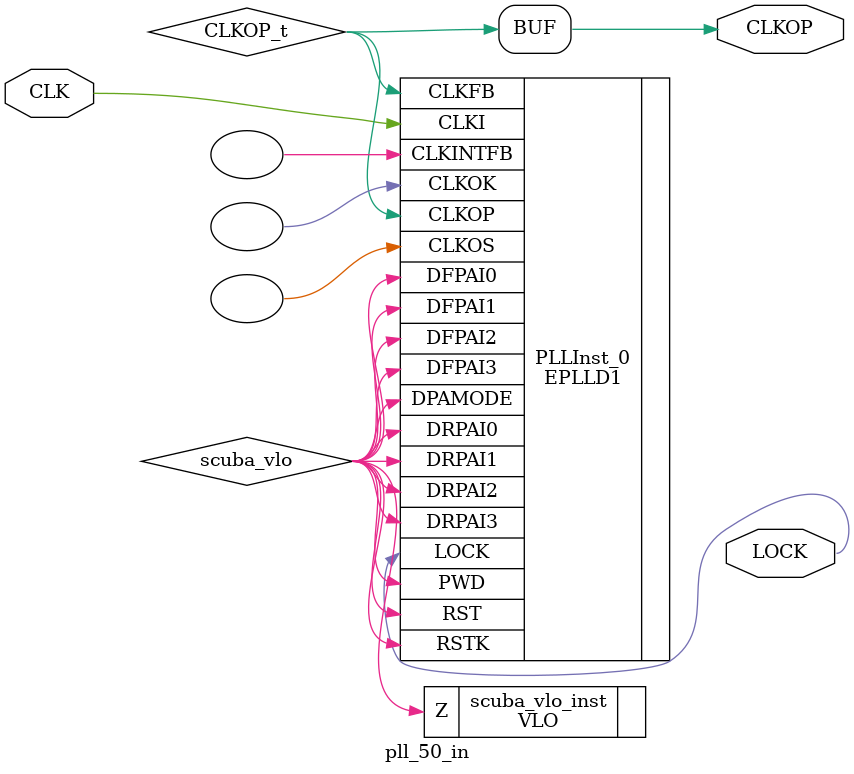
<source format=v>
/* Verilog netlist generated by SCUBA Diamond (64-bit) 3.14.0.75.2 */
/* Module Version: 5.7 */
/* C:\lscc\diamond\3.14\ispfpga\bin\nt64\scuba.exe -w -n pll_50_in -lang verilog -synth lse -arch mg5a00 -type pll -fin 50 -phase_cntl STATIC -fclkop 100 -fclkop_tol 0.0 -fb_mode CLOCKTREE -noclkos -noclkok -norst -noclkok2  */
/* Tue Jul 29 18:36:27 2025 */


`timescale 1 ns / 1 ps
module pll_50_in (CLK, CLKOP, LOCK)/* synthesis NGD_DRC_MASK=1 */;
    input wire CLK;
    output wire CLKOP;
    output wire LOCK;

    wire CLKOP_t;
    wire scuba_vlo;

    VLO scuba_vlo_inst (.Z(scuba_vlo));

    // synopsys translate_off
    defparam PLLInst_0.CLKOK_BYPASS = "DISABLED" ;
    defparam PLLInst_0.CLKOS_BYPASS = "DISABLED" ;
    defparam PLLInst_0.CLKOP_BYPASS = "DISABLED" ;
    defparam PLLInst_0.PHASE_CNTL = "STATIC" ;
    defparam PLLInst_0.DUTY = 8 ;
    defparam PLLInst_0.PHASEADJ = "0.0" ;
    defparam PLLInst_0.CLKOK_DIV = 2 ;
    defparam PLLInst_0.CLKOP_DIV = 8 ;
    defparam PLLInst_0.CLKFB_DIV = 2 ;
    defparam PLLInst_0.CLKI_DIV = 1 ;
    // synopsys translate_on
    EPLLD1 PLLInst_0 (.CLKI(CLK), .CLKFB(CLKOP_t), .RST(scuba_vlo), .RSTK(scuba_vlo), 
        .DPAMODE(scuba_vlo), .DRPAI3(scuba_vlo), .DRPAI2(scuba_vlo), .DRPAI1(scuba_vlo), 
        .DRPAI0(scuba_vlo), .DFPAI3(scuba_vlo), .DFPAI2(scuba_vlo), .DFPAI1(scuba_vlo), 
        .DFPAI0(scuba_vlo), .PWD(scuba_vlo), .CLKOP(CLKOP_t), .CLKOS(), 
        .CLKOK(), .LOCK(LOCK), .CLKINTFB())
             /* synthesis CLKOK_BYPASS="DISABLED" */
             /* synthesis CLKOS_BYPASS="DISABLED" */
             /* synthesis FREQUENCY_PIN_CLKOP="100.000000" */
             /* synthesis CLKOP_BYPASS="DISABLED" */
             /* synthesis PHASE_CNTL="STATIC" */
             /* synthesis DUTY="8" */
             /* synthesis PHASEADJ="0.0" */
             /* synthesis FREQUENCY_PIN_CLKI="50.000000" */
             /* synthesis CLKOK_DIV="2" */
             /* synthesis CLKOP_DIV="8" */
             /* synthesis CLKFB_DIV="2" */
             /* synthesis CLKI_DIV="1" */
             /* synthesis FIN="50.000000" */;

    assign CLKOP = CLKOP_t;


    // exemplar begin
    // exemplar attribute PLLInst_0 CLKOK_BYPASS DISABLED
    // exemplar attribute PLLInst_0 CLKOS_BYPASS DISABLED
    // exemplar attribute PLLInst_0 FREQUENCY_PIN_CLKOP 100.000000
    // exemplar attribute PLLInst_0 CLKOP_BYPASS DISABLED
    // exemplar attribute PLLInst_0 PHASE_CNTL STATIC
    // exemplar attribute PLLInst_0 DUTY 8
    // exemplar attribute PLLInst_0 PHASEADJ 0.0
    // exemplar attribute PLLInst_0 FREQUENCY_PIN_CLKI 50.000000
    // exemplar attribute PLLInst_0 CLKOK_DIV 2
    // exemplar attribute PLLInst_0 CLKOP_DIV 8
    // exemplar attribute PLLInst_0 CLKFB_DIV 2
    // exemplar attribute PLLInst_0 CLKI_DIV 1
    // exemplar attribute PLLInst_0 FIN 50.000000
    // exemplar end

endmodule

</source>
